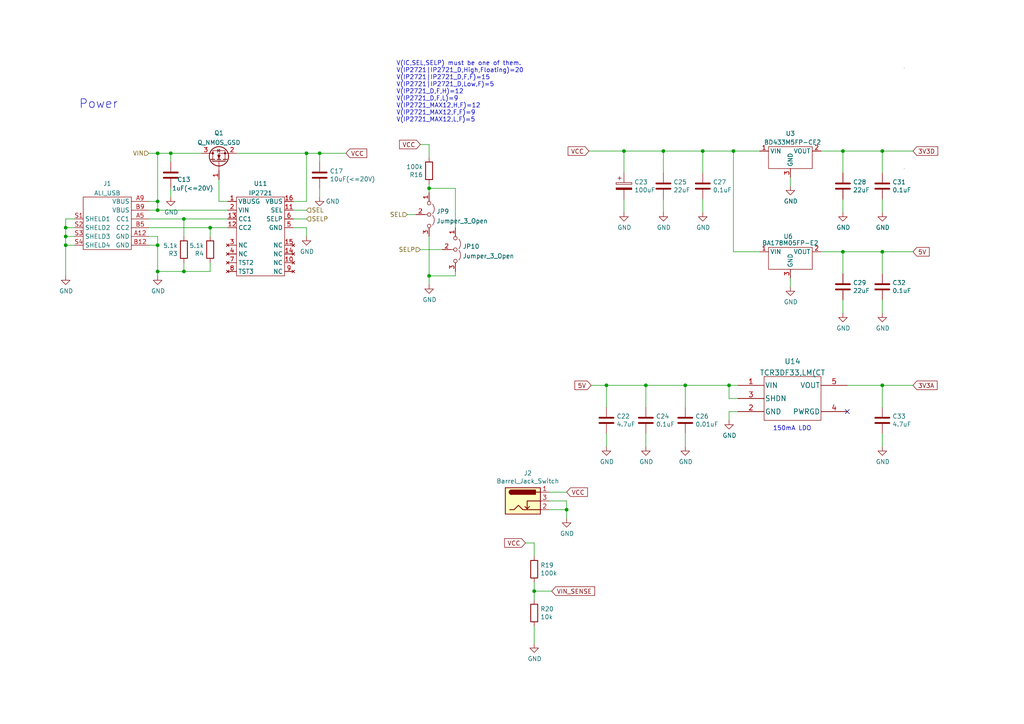
<source format=kicad_sch>
(kicad_sch (version 20211123) (generator eeschema)
  (paper "A4")
  (lib_symbols
    (symbol "Connector:Barrel_Jack_Switch" (pin_names hide)
      (property "Reference" "J" (at 0 5.334 0))
      (property "Value" "Barrel_Jack_Switch" (at 0 -5.08 0))
      (symbol "Barrel_Jack_Switch_0_1"
        (rectangle (start -5.08 3.81) (end 5.08 -3.81) (stroke (width 0.254)) (fill (type background)))
        (arc (start -3.302 3.175) (mid -3.937 2.54) (end -3.302 1.905) (stroke (width 0.254)))
        (arc (start -3.302 3.175) (mid -3.937 2.54) (end -3.302 1.905) (stroke (width 0.254)) (fill (type outline)))
        (polyline (pts (xy 1.27 -2.286) (xy 1.905 -1.651)) (stroke (width 0.254)))
        (polyline (pts (xy 5.08 2.54) (xy 3.81 2.54)) (stroke (width 0.254)))
        (polyline (pts (xy 5.08 0) (xy 1.27 0) (xy 1.27 -2.286) (xy 0.635 -1.651)) (stroke (width 0.254)))
        (polyline (pts (xy -3.81 -2.54) (xy -2.54 -2.54) (xy -1.27 -1.27) (xy 0 -2.54) (xy 2.54 -2.54) (xy 5.08 -2.54)) (stroke (width 0.254)))
        (rectangle (start 3.683 3.175) (end -3.302 1.905) (stroke (width 0.254)) (fill (type outline)))
      )
      (symbol "Barrel_Jack_Switch_1_1"
        (pin passive line (at 7.62 2.54 180) (length 2.54) (name "~") (number "1"))
        (pin passive line (at 7.62 -2.54 180) (length 2.54) (name "~") (number "2"))
        (pin passive line (at 7.62 0 180) (length 2.54) (name "~") (number "3"))
      )
    )
    (symbol "Device:C" (pin_numbers hide) (pin_names (offset 0.254))
      (property "Reference" "C" (at 0.635 2.54 0))
      (property "Value" "C" (at 0.635 -2.54 0))
      (symbol "C_0_1"
        (polyline (pts (xy -2.032 -0.762) (xy 2.032 -0.762)) (stroke (width 0.508)))
        (polyline (pts (xy -2.032 0.762) (xy 2.032 0.762)) (stroke (width 0.508)))
      )
      (symbol "C_1_1"
        (pin passive line (at 0 3.81 270) (length 2.794) (name "~") (number "1"))
        (pin passive line (at 0 -3.81 90) (length 2.794) (name "~") (number "2"))
      )
    )
    (symbol "Device:CP" (pin_numbers hide) (pin_names (offset 0.254))
      (property "Reference" "C" (at 0.635 2.54 0))
      (property "Value" "Device_CP" (at 0.635 -2.54 0))
      (symbol "CP_0_1"
        (rectangle (start -2.286 0.508) (end 2.286 1.016))
        (polyline (pts (xy -1.778 2.286) (xy -0.762 2.286)))
        (polyline (pts (xy -1.27 2.794) (xy -1.27 1.778)))
        (rectangle (start 2.286 -0.508) (end -2.286 -1.016) (fill (type outline)))
      )
      (symbol "CP_1_1"
        (pin passive line (at 0 3.81 270) (length 2.794) (name "~") (number "1"))
        (pin passive line (at 0 -3.81 90) (length 2.794) (name "~") (number "2"))
      )
    )
    (symbol "Device:Q_NMOS_GSD" (pin_names (offset 0) hide)
      (property "Reference" "Q" (at 5.08 1.27 0))
      (property "Value" "Q_NMOS_GSD" (at 5.08 -1.27 0))
      (symbol "Q_NMOS_GSD_0_1"
        (polyline (pts (xy 0.254 0) (xy -2.54 0)))
        (polyline (pts (xy 0.254 1.905) (xy 0.254 -1.905)) (stroke (width 0.254)))
        (polyline (pts (xy 0.762 -1.27) (xy 0.762 -2.286)) (stroke (width 0.254)))
        (polyline (pts (xy 0.762 0.508) (xy 0.762 -0.508)) (stroke (width 0.254)))
        (polyline (pts (xy 0.762 2.286) (xy 0.762 1.27)) (stroke (width 0.254)))
        (polyline (pts (xy 2.54 2.54) (xy 2.54 1.778)))
        (polyline (pts (xy 2.54 -2.54) (xy 2.54 0) (xy 0.762 0)))
        (polyline (pts (xy 0.762 -1.778) (xy 3.302 -1.778) (xy 3.302 1.778) (xy 0.762 1.778)))
        (polyline (pts (xy 1.016 0) (xy 2.032 0.381) (xy 2.032 -0.381) (xy 1.016 0)) (fill (type outline)))
        (polyline (pts (xy 2.794 0.508) (xy 2.921 0.381) (xy 3.683 0.381) (xy 3.81 0.254)))
        (polyline (pts (xy 3.302 0.381) (xy 2.921 -0.254) (xy 3.683 -0.254) (xy 3.302 0.381)))
        (circle (center 1.651 0) (radius 2.794) (stroke (width 0.254)))
        (circle (center 2.54 -1.778) (radius 0.254) (fill (type outline)))
        (circle (center 2.54 1.778) (radius 0.254) (fill (type outline)))
      )
      (symbol "Q_NMOS_GSD_1_1"
        (pin input line (at -5.08 0 0) (length 2.54) (name "G") (number "1"))
        (pin passive line (at 2.54 -5.08 90) (length 2.54) (name "S") (number "2"))
        (pin passive line (at 2.54 5.08 270) (length 2.54) (name "D") (number "3"))
      )
    )
    (symbol "Device:R" (pin_numbers hide) (pin_names (offset 0))
      (property "Reference" "R" (at 2.032 0 90))
      (property "Value" "R" (at 0 0 90))
      (symbol "R_0_1"
        (rectangle (start -1.016 -2.54) (end 1.016 2.54) (stroke (width 0.254)))
      )
      (symbol "R_1_1"
        (pin passive line (at 0 3.81 270) (length 1.27) (name "~") (number "1"))
        (pin passive line (at 0 -3.81 90) (length 1.27) (name "~") (number "2"))
      )
    )
    (symbol "Jumper:Jumper_3_Open" (pin_names (offset 0) hide)
      (property "Reference" "JP" (at -2.54 -2.54 0))
      (property "Value" "Jumper_3_Open" (at 0 2.794 0))
      (symbol "Jumper_3_Open_0_0"
        (circle (center -3.302 0) (radius 0.508))
        (circle (center 0 0) (radius 0.508))
        (circle (center 3.302 0) (radius 0.508))
      )
      (symbol "Jumper_3_Open_0_1"
        (arc (start -0.254 1.016) (mid -1.651 1.4992) (end -3.048 1.016))
        (polyline (pts (xy 0 -0.508) (xy 0 -1.27)))
        (arc (start 3.048 1.016) (mid 1.651 1.4992) (end 0.254 1.016))
      )
      (symbol "Jumper_3_Open_1_1"
        (pin passive line (at -6.35 0 0) (length 2.54) (name "A") (number "1"))
        (pin input line (at 0 -3.81 90) (length 2.54) (name "C") (number "2"))
        (pin passive line (at 6.35 0 180) (length 2.54) (name "B") (number "3"))
      )
    )
    (symbol "Ninja-qPCR:ALI_USB"
      (property "Reference" "J" (at -7.62 2.54 0))
      (property "Value" "ALI_USB" (at -6.35 -15.24 0))
      (symbol "ALI_USB_0_1"
        (rectangle (start 0 1.27) (end -13.97 -13.97) (stroke (width 0.1524)))
      )
      (symbol "ALI_USB_1_1"
        (pin input line (at 5.08 -10.16 180) (length 5.08) (name "GND") (number "A12"))
        (pin input line (at 5.08 -5.08 180) (length 5.08) (name "CC1") (number "A5"))
        (pin input line (at 5.08 0 180) (length 5.08) (name "VBUS") (number "A9"))
        (pin input line (at 5.08 -12.7 180) (length 5.08) (name "GND") (number "B12"))
        (pin input line (at 5.08 -7.62 180) (length 5.08) (name "CC2") (number "B5"))
        (pin input line (at 5.08 -2.54 180) (length 5.08) (name "VBUS") (number "B9"))
        (pin input line (at -16.51 -5.08 0) (length 2.54) (name "SHELD1") (number "S1"))
        (pin input line (at -16.51 -7.62 0) (length 2.54) (name "SHELD2") (number "S2"))
        (pin input line (at -16.51 -10.16 0) (length 2.54) (name "SHELD3") (number "S3"))
        (pin input line (at -16.51 -12.7 0) (length 2.54) (name "SHELD4") (number "S4"))
      )
    )
    (symbol "Ninja-qPCR:IP2721"
      (property "Reference" "U" (at 0 2.54 0))
      (property "Value" "IP2721" (at 0 -22.86 0))
      (symbol "IP2721_0_1"
        (rectangle (start -7.62 1.27) (end 6.35 -21.59) (stroke (width 0.1524)))
      )
      (symbol "IP2721_1_1"
        (pin output line (at -10.16 0 0) (length 2.54) (name "VBUSG") (number "1"))
        (pin no_connect line (at 8.89 -17.78 180) (length 2.54) (name "NC") (number "10"))
        (pin input line (at 8.89 -2.54 180) (length 2.54) (name "SEL") (number "11"))
        (pin input line (at -10.16 -7.62 0) (length 2.54) (name "CC2") (number "12"))
        (pin input line (at -10.16 -5.08 0) (length 2.54) (name "CC1") (number "13"))
        (pin no_connect line (at 8.89 -15.24 180) (length 2.54) (name "NC") (number "14"))
        (pin no_connect line (at 8.89 -12.7 180) (length 2.54) (name "NC") (number "15"))
        (pin input line (at 8.89 0 180) (length 2.54) (name "VBUS") (number "16"))
        (pin power_in line (at -10.16 -2.54 0) (length 2.54) (name "VIN") (number "2"))
        (pin no_connect line (at -10.16 -12.7 0) (length 2.54) (name "NC") (number "3"))
        (pin no_connect line (at -10.16 -15.24 0) (length 2.54) (name "NC") (number "4"))
        (pin power_out line (at 8.89 -7.62 180) (length 2.54) (name "GND") (number "5"))
        (pin input line (at 8.89 -5.08 180) (length 2.54) (name "SELP") (number "6"))
        (pin no_connect line (at -10.16 -17.78 0) (length 2.54) (name "TST2") (number "7"))
        (pin no_connect line (at -10.16 -20.32 0) (length 2.54) (name "TST3") (number "8"))
        (pin no_connect line (at 8.89 -20.32 180) (length 2.54) (name "NC") (number "9"))
      )
    )
    (symbol "Ninja-qPCR:MCP1755T-3302E_OT" (pin_names (offset 0.254))
      (property "Reference" "U" (at 16.51 8.89 0))
      (property "Value" "MCP1755T-3302E_OT" (at 16.51 6.35 0))
      (symbol "MCP1755T-3302E_OT_1_1"
        (rectangle (start 7.62 2.54) (end 24.13 -10.16))
        (pin power_in line (at 0 0 0) (length 7.62) (name "VIN") (number "1"))
        (pin power_in line (at 0 -7.62 0) (length 7.62) (name "GND") (number "2"))
        (pin input line (at 0 -3.81 0) (length 7.62) (name "SHDN") (number "3"))
        (pin output line (at 31.75 -7.62 180) (length 7.62) (name "PWRGD") (number "4"))
        (pin output line (at 31.75 0 180) (length 7.62) (name "VOUT") (number "5"))
      )
    )
    (symbol "Ninja-qPCR:REG_TO252-3"
      (property "Reference" "U" (at 0 1.27 0))
      (property "Value" "REG_TO252-3" (at 7.62 -7.62 0))
      (symbol "REG_TO252-3_0_1"
        (rectangle (start -6.35 0) (end 6.35 -6.35) (stroke (width 0.1524)))
        (rectangle (start 33.02 22.86) (end 33.02 22.86) (stroke (width 0.1524)))
      )
      (symbol "REG_TO252-3_1_1"
        (pin input line (at -8.89 -1.27 0) (length 2.54) (name "VIN") (number "1"))
        (pin input line (at 8.89 -1.27 180) (length 2.54) (name "VOUT") (number "2"))
        (pin input line (at 0 -8.89 90) (length 2.54) (name "GND") (number "3"))
      )
    )
    (symbol "power:GND" (power) (pin_names (offset 0))
      (property "Value" "GND" (at 0 -3.81 0))
      (symbol "GND_0_1"
        (polyline (pts (xy 0 0) (xy 0 -1.27) (xy 1.27 -1.27) (xy 0 -2.54) (xy -1.27 -1.27) (xy 0 -1.27)))
      )
      (symbol "GND_1_1"
        (pin power_in line (at 0 0 270) (length 0) hide (name "GND") (number "1"))
      )
    )
  )
  (junction (at 53.34 63.5))
  (junction (at 19.05 66.04))
  (junction (at 45.72 58.42))
  (junction (at 255.905 43.815))
  (junction (at 192.405 43.815))
  (junction (at 92.71 44.45))
  (junction (at 244.475 43.815))
  (junction (at 45.72 60.96))
  (junction (at 180.975 43.815))
  (junction (at 255.905 73.025))
  (junction (at 49.53 44.45))
  (junction (at 175.895 111.76))
  (junction (at 198.755 111.76))
  (junction (at 124.46 54.61))
  (junction (at 88.9 44.45))
  (junction (at 164.338 147.828))
  (junction (at 45.72 78.74))
  (junction (at 203.835 43.815))
  (junction (at 187.325 111.76))
  (junction (at 255.905 111.76))
  (junction (at 60.96 66.04))
  (junction (at 124.46 80.01))
  (junction (at 19.05 71.12))
  (junction (at 244.475 73.025))
  (junction (at 211.455 111.76))
  (junction (at 154.94 171.45))
  (junction (at 19.05 68.58))
  (junction (at 212.725 43.815))
  (junction (at 45.72 71.12))
  (junction (at 45.72 44.45))
  (junction (at 53.34 78.74))
  (no_connect (at 245.745 119.38))
  (wire (pts (xy 66.04 58.42) (xy 63.5 58.42)))
  (wire (pts (xy 118.11 62.23) (xy 120.65 62.23)))
  (wire (pts (xy 175.895 111.76) (xy 175.895 118.11)))
  (wire (pts (xy 187.325 125.73) (xy 187.325 129.54)))
  (wire (pts (xy 132.08 54.61) (xy 132.08 66.04)))
  (wire (pts (xy 45.72 78.74) (xy 45.72 80.01)))
  (wire (pts (xy 49.53 54.61) (xy 49.53 57.15)))
  (wire (pts (xy 154.94 157.48) (xy 154.94 161.29)))
  (wire (pts (xy 45.72 68.58) (xy 45.72 71.12)))
  (wire (pts (xy 255.905 57.785) (xy 255.905 61.595)))
  (wire (pts (xy 152.4 157.48) (xy 154.94 157.48)))
  (wire (pts (xy 85.09 66.04) (xy 88.9 66.04)))
  (wire (pts (xy 88.9 66.04) (xy 88.9 68.58)))
  (wire (pts (xy 45.72 71.12) (xy 45.72 78.74)))
  (wire (pts (xy 212.725 43.815) (xy 220.345 43.815)))
  (wire (pts (xy 245.745 111.76) (xy 255.905 111.76)))
  (wire (pts (xy 198.755 125.73) (xy 198.755 129.54)))
  (wire (pts (xy 187.325 111.76) (xy 198.755 111.76)))
  (wire (pts (xy 213.995 115.57) (xy 211.455 115.57)))
  (wire (pts (xy 68.58 44.45) (xy 88.9 44.45)))
  (wire (pts (xy 180.975 43.815) (xy 180.975 50.165)))
  (wire (pts (xy 19.05 66.04) (xy 19.05 68.58)))
  (wire (pts (xy 229.235 80.645) (xy 229.235 83.185)))
  (wire (pts (xy 124.46 68.58) (xy 124.46 80.01)))
  (wire (pts (xy 213.995 119.38) (xy 211.455 119.38)))
  (wire (pts (xy 238.125 43.815) (xy 244.475 43.815)))
  (wire (pts (xy 255.905 86.995) (xy 255.905 90.805)))
  (wire (pts (xy 45.72 60.96) (xy 66.04 60.96)))
  (wire (pts (xy 192.405 43.815) (xy 203.835 43.815)))
  (wire (pts (xy 124.46 54.61) (xy 124.46 55.88)))
  (wire (pts (xy 124.46 53.34) (xy 124.46 54.61)))
  (wire (pts (xy 85.09 60.96) (xy 88.9 60.96)))
  (wire (pts (xy 211.455 119.38) (xy 211.455 121.92)))
  (wire (pts (xy 43.18 71.12) (xy 45.72 71.12)))
  (wire (pts (xy 60.96 76.2) (xy 60.96 78.74)))
  (wire (pts (xy 53.34 76.2) (xy 53.34 78.74)))
  (wire (pts (xy 203.835 43.815) (xy 212.725 43.815)))
  (wire (pts (xy 53.34 78.74) (xy 60.96 78.74)))
  (wire (pts (xy 255.905 125.73) (xy 255.905 129.54)))
  (wire (pts (xy 159.258 142.748) (xy 164.338 142.748)))
  (wire (pts (xy 19.05 68.58) (xy 21.59 68.58)))
  (wire (pts (xy 154.94 171.45) (xy 160.02 171.45)))
  (wire (pts (xy 244.475 57.785) (xy 244.475 61.595)))
  (wire (pts (xy 154.94 171.45) (xy 154.94 173.99)))
  (wire (pts (xy 45.72 58.42) (xy 45.72 44.45)))
  (wire (pts (xy 85.09 63.5) (xy 88.9 63.5)))
  (wire (pts (xy 212.725 43.815) (xy 212.725 73.025)))
  (wire (pts (xy 43.18 58.42) (xy 45.72 58.42)))
  (wire (pts (xy 255.905 111.76) (xy 264.795 111.76)))
  (wire (pts (xy 164.338 145.288) (xy 164.338 147.828)))
  (wire (pts (xy 60.96 66.04) (xy 66.04 66.04)))
  (wire (pts (xy 175.895 125.73) (xy 175.895 129.54)))
  (wire (pts (xy 180.975 43.815) (xy 192.405 43.815)))
  (wire (pts (xy 132.08 78.74) (xy 132.08 80.01)))
  (wire (pts (xy 213.995 111.76) (xy 211.455 111.76)))
  (wire (pts (xy 255.905 73.025) (xy 264.795 73.025)))
  (wire (pts (xy 43.18 60.96) (xy 45.72 60.96)))
  (wire (pts (xy 255.905 73.025) (xy 244.475 73.025)))
  (wire (pts (xy 211.455 111.76) (xy 211.455 115.57)))
  (wire (pts (xy 49.53 44.45) (xy 49.53 46.99)))
  (wire (pts (xy 124.46 41.91) (xy 124.46 45.72)))
  (wire (pts (xy 45.72 78.74) (xy 53.34 78.74)))
  (wire (pts (xy 255.905 43.815) (xy 255.905 50.165)))
  (wire (pts (xy 53.34 63.5) (xy 53.34 68.58)))
  (wire (pts (xy 244.475 43.815) (xy 244.475 50.165)))
  (wire (pts (xy 255.905 111.76) (xy 255.905 118.11)))
  (wire (pts (xy 244.475 73.025) (xy 244.475 79.375)))
  (wire (pts (xy 19.05 63.5) (xy 19.05 66.04)))
  (wire (pts (xy 187.325 111.76) (xy 187.325 118.11)))
  (wire (pts (xy 60.96 66.04) (xy 60.96 68.58)))
  (wire (pts (xy 255.905 73.025) (xy 255.905 79.375)))
  (wire (pts (xy 121.92 72.39) (xy 128.27 72.39)))
  (wire (pts (xy 255.905 43.815) (xy 244.475 43.815)))
  (wire (pts (xy 238.125 73.025) (xy 244.475 73.025)))
  (wire (pts (xy 88.9 44.45) (xy 92.71 44.45)))
  (wire (pts (xy 43.18 68.58) (xy 45.72 68.58)))
  (wire (pts (xy 92.71 54.61) (xy 92.71 57.15)))
  (wire (pts (xy 198.755 111.76) (xy 211.455 111.76)))
  (wire (pts (xy 198.755 111.76) (xy 198.755 118.11)))
  (wire (pts (xy 255.905 43.815) (xy 264.795 43.815)))
  (wire (pts (xy 88.9 44.45) (xy 88.9 58.42)))
  (wire (pts (xy 192.405 43.815) (xy 192.405 50.165)))
  (wire (pts (xy 53.34 63.5) (xy 66.04 63.5)))
  (wire (pts (xy 171.45 111.76) (xy 175.895 111.76)))
  (wire (pts (xy 43.18 63.5) (xy 53.34 63.5)))
  (wire (pts (xy 175.895 111.76) (xy 187.325 111.76)))
  (wire (pts (xy 124.46 80.01) (xy 124.46 82.55)))
  (wire (pts (xy 121.92 41.91) (xy 124.46 41.91)))
  (wire (pts (xy 45.72 60.96) (xy 45.72 58.42)))
  (wire (pts (xy 203.835 57.785) (xy 203.835 61.595)))
  (wire (pts (xy 229.235 51.435) (xy 229.235 53.975)))
  (wire (pts (xy 43.18 66.04) (xy 60.96 66.04)))
  (wire (pts (xy 49.53 44.45) (xy 58.42 44.45)))
  (wire (pts (xy 19.05 71.12) (xy 21.59 71.12)))
  (wire (pts (xy 43.18 44.45) (xy 45.72 44.45)))
  (wire (pts (xy 203.835 43.815) (xy 203.835 50.165)))
  (wire (pts (xy 159.258 147.828) (xy 164.338 147.828)))
  (wire (pts (xy 180.975 57.785) (xy 180.975 61.595)))
  (wire (pts (xy 124.46 54.61) (xy 132.08 54.61)))
  (wire (pts (xy 21.59 63.5) (xy 19.05 63.5)))
  (wire (pts (xy 19.05 68.58) (xy 19.05 71.12)))
  (wire (pts (xy 170.815 43.815) (xy 180.975 43.815)))
  (wire (pts (xy 19.05 71.12) (xy 19.05 80.01)))
  (wire (pts (xy 192.405 57.785) (xy 192.405 61.595)))
  (wire (pts (xy 19.05 66.04) (xy 21.59 66.04)))
  (wire (pts (xy 154.94 168.91) (xy 154.94 171.45)))
  (wire (pts (xy 92.71 44.45) (xy 100.33 44.45)))
  (wire (pts (xy 45.72 44.45) (xy 49.53 44.45)))
  (wire (pts (xy 212.725 73.025) (xy 220.345 73.025)))
  (wire (pts (xy 164.338 150.368) (xy 164.338 147.828)))
  (wire (pts (xy 159.258 145.288) (xy 164.338 145.288)))
  (wire (pts (xy 154.94 181.61) (xy 154.94 186.69)))
  (wire (pts (xy 63.5 58.42) (xy 63.5 52.07)))
  (wire (pts (xy 85.09 58.42) (xy 88.9 58.42)))
  (wire (pts (xy 132.08 80.01) (xy 124.46 80.01)))
  (wire (pts (xy 92.71 44.45) (xy 92.71 46.99)))
  (wire (pts (xy 244.475 86.995) (xy 244.475 90.805)))
  (text "V(IC,SEL,SELP) must be one of them.\nV(IP2721|IP2721_D,High,Floating)=20\nV(IP2721|IP2721_D,F,F)=15\nV(IP2721|IP2721_D,Low,F)=5\nV(IP2721_D,F,H)=12\nV(IP2721_D,F,L)=9\nV(IP2721_MAX12,H,F)=12\nV(IP2721_MAX12,F,F)=9\nV(IP2721_MAX12,L,F)=5" (at 114.935 35.56 0) (effects (font (size 1.27 1.27)) (justify left bottom)))
  (text "Power" (at 22.86 31.75 0) (effects (font (size 2.54 2.54)) (justify left bottom)))
  (text "150mA LDO" (at 224.155 125.095 0) (effects (font (size 1.27 1.27)) (justify left bottom)))
  (global_label "3V3D" (shape input) (at 264.795 43.815 0) (property "Intersheet References" "${INTERSHEET_REFS}" (effects hide)))
  (global_label "VCC" (shape input) (at 100.33 44.45 0) (property "Intersheet References" "${INTERSHEET_REFS}" (effects hide)))
  (global_label "VCC" (shape input) (at 152.4 157.48 180) (property "Intersheet References" "${INTERSHEET_REFS}" (effects hide)))
  (global_label "5V" (shape input) (at 264.795 73.025 0) (property "Intersheet References" "${INTERSHEET_REFS}" (effects hide)))
  (global_label "VCC" (shape input) (at 164.338 142.748 0) (property "Intersheet References" "${INTERSHEET_REFS}" (effects hide)))
  (global_label "VCC" (shape input) (at 170.815 43.815 180) (property "Intersheet References" "${INTERSHEET_REFS}" (effects hide)))
  (global_label "VIN_SENSE" (shape input) (at 160.02 171.45 0) (property "Intersheet References" "${INTERSHEET_REFS}" (effects hide)))
  (global_label "5V" (shape input) (at 171.45 111.76 180) (property "Intersheet References" "${INTERSHEET_REFS}" (effects hide)))
  (global_label "3V3A" (shape input) (at 264.795 111.76 0) (property "Intersheet References" "${INTERSHEET_REFS}" (effects hide)))
  (global_label "VCC" (shape input) (at 121.92 41.91 180) (property "Intersheet References" "${INTERSHEET_REFS}" (effects hide)))
  (hierarchical_label "VIN" (shape input) (at 43.18 44.45 180))
  (hierarchical_label "SELP" (shape input) (at 88.9 63.5 0))
  (hierarchical_label "SEL" (shape input) (at 88.9 60.96 0))
  (hierarchical_label "SEL" (shape input) (at 118.11 62.23 180))
  (hierarchical_label "SELP" (shape input) (at 121.92 72.39 180))
  (symbol (lib_id "power:GND") (at 175.895 129.54 0) (unit 1)
    (property "Reference" "#PWR0122" (effects hide))
    (property "Value" "GND" (at 176.022 133.9342 0))
  )
  (symbol (lib_id "power:GND") (at 124.46 82.55 0) (unit 1)
    (property "Reference" "#PWR0131" (effects hide))
    (property "Value" "GND" (at 124.587 86.9442 0))
  )
  (symbol (lib_id "Ninja-qPCR:REG_TO252-3") (at 229.235 71.755 0) (unit 1)
    (property "Reference" "U6" (at 228.6 68.58 0))
    (property "Value" "BA178M05FP-E2" (at 229.235 70.485 0))
    (property "Footprint" "Ninja-qPCR:REG_TO252-3" (effects hide))
  )
  (symbol (lib_id "power:GND") (at 192.405 61.595 0) (unit 1)
    (property "Reference" "#PWR0136" (effects hide))
    (property "Value" "GND" (at 192.532 65.9892 0))
  )
  (symbol (lib_id "Device:C") (at 187.325 121.92 0) (unit 1)
    (property "Reference" "C24" (at 190.246 120.7516 0) (effects (justify left)))
    (property "Value" "0.1uF" (at 190.246 123.063 0) (effects (justify left)))
    (property "Footprint" "Capacitor_SMD:C_0603_1608Metric" (effects hide))
  )
  (symbol (lib_id "power:GND") (at 255.905 129.54 0) (unit 1)
    (property "Reference" "#PWR0128" (effects hide))
    (property "Value" "GND" (at 256.032 133.9342 0))
  )
  (symbol (lib_id "power:GND") (at 244.475 61.595 0) (unit 1)
    (property "Reference" "#PWR0123" (effects hide))
    (property "Value" "GND" (at 244.602 65.9892 0))
  )
  (symbol (lib_id "Ninja-qPCR:ALI_USB") (at 38.1 58.42 0) (unit 1)
    (property "Reference" "J1" (at 31.115 53.2343 0))
    (property "Value" "ALI_USB" (at 31.115 56.0094 0))
    (property "Footprint" "Ninja-qPCR:ALI_USB" (effects hide))
  )
  (symbol (lib_id "Device:C") (at 244.475 53.975 0) (unit 1)
    (property "Reference" "C28" (at 247.396 52.8066 0) (effects (justify left)))
    (property "Value" "22uF" (at 247.396 55.118 0) (effects (justify left)))
    (property "Footprint" "Capacitor_SMD:C_1210_3225Metric" (effects hide))
  )
  (symbol (lib_id "power:GND") (at 198.755 129.54 0) (unit 1)
    (property "Reference" "#PWR0118" (effects hide))
    (property "Value" "GND" (at 198.882 133.9342 0))
  )
  (symbol (lib_id "Device:C") (at 244.475 83.185 0) (unit 1)
    (property "Reference" "C29" (at 247.396 82.0166 0) (effects (justify left)))
    (property "Value" "22uF" (at 247.396 84.328 0) (effects (justify left)))
    (property "Footprint" "Capacitor_SMD:C_1210_3225Metric" (effects hide))
  )
  (symbol (lib_id "Jumper:Jumper_3_Open") (at 132.08 72.39 270) (unit 1)
    (property "Reference" "JP10" (at 134.2142 71.4815 90) (effects (justify left)))
    (property "Value" "Jumper_3_Open" (at 134.2142 74.2566 90) (effects (justify left)))
    (property "Footprint" "Jumper:SolderJumper-3_P2.0mm_Open_TrianglePad1.0x1.5mm" (effects hide))
  )
  (symbol (lib_id "Device:C") (at 49.53 50.8 0) (unit 1)
    (property "Reference" "C13" (at 53.34 52.07 0))
    (property "Value" "1uF(<=20V)" (at 55.88 54.61 0))
    (property "Footprint" "Capacitor_SMD:C_0603_1608Metric" (effects hide))
  )
  (symbol (lib_id "Device:C") (at 255.905 121.92 0) (unit 1)
    (property "Reference" "C33" (at 258.826 120.7516 0) (effects (justify left)))
    (property "Value" "4.7uF" (at 258.826 123.063 0) (effects (justify left)))
    (property "Footprint" "Capacitor_SMD:C_0805_2012Metric" (effects hide))
  )
  (symbol (lib_id "power:GND") (at 88.9 68.58 0) (unit 1)
    (property "Reference" "#PWR0115" (effects hide))
    (property "Value" "GND" (at 89.027 72.9742 0))
  )
  (symbol (lib_id "Ninja-qPCR:MCP1755T-3302E_OT") (at 213.995 111.76 0) (unit 1)
    (property "Reference" "U14" (at 229.87 104.8161 0) (effects (font (size 1.524 1.524))))
    (property "Value" "TCR3DF33,LM(CT" (at 229.87 108.0951 0) (effects (font (size 1.524 1.524))))
    (property "Footprint" "Package_TO_SOT_SMD:SOT-23-5" (effects hide))
  )
  (symbol (lib_id "power:GND") (at 255.905 61.595 0) (unit 1)
    (property "Reference" "#PWR0124" (effects hide))
    (property "Value" "GND" (at 256.032 65.9892 0))
  )
  (symbol (lib_id "Device:C") (at 192.405 53.975 0) (unit 1)
    (property "Reference" "C25" (at 195.326 52.8066 0) (effects (justify left)))
    (property "Value" "22uF" (at 195.326 55.118 0) (effects (justify left)))
    (property "Footprint" "Capacitor_SMD:C_1210_3225Metric" (effects hide))
  )
  (symbol (lib_id "power:GND") (at 203.835 61.595 0) (unit 1)
    (property "Reference" "#PWR0134" (effects hide))
    (property "Value" "GND" (at 203.962 65.9892 0))
  )
  (symbol (lib_id "Ninja-qPCR:REG_TO252-3") (at 229.235 42.545 0) (unit 1)
    (property "Reference" "U3" (at 229.235 38.735 0))
    (property "Value" "BD433M5FP-CE2" (at 229.87 41.275 0))
    (property "Footprint" "Ninja-qPCR:REG_TO252-3" (effects hide))
  )
  (symbol (lib_id "power:GND") (at 244.475 90.805 0) (unit 1)
    (property "Reference" "#PWR0125" (effects hide))
    (property "Value" "GND" (at 244.602 95.1992 0))
  )
  (symbol (lib_id "power:GND") (at 211.455 121.92 0) (unit 1)
    (property "Reference" "#PWR0121" (effects hide))
    (property "Value" "GND" (at 211.582 126.3142 0))
  )
  (symbol (lib_id "power:GND") (at 180.975 61.595 0) (unit 1)
    (property "Reference" "#PWR0135" (effects hide))
    (property "Value" "GND" (at 181.102 65.9892 0))
  )
  (symbol (lib_id "power:GND") (at 229.235 83.185 0) (unit 1)
    (property "Reference" "#PWR0132" (effects hide))
    (property "Value" "GND" (at 229.362 87.5792 0))
  )
  (symbol (lib_id "power:GND") (at 45.72 80.01 0) (unit 1)
    (property "Reference" "#PWR0110" (effects hide))
    (property "Value" "GND" (at 45.847 84.4042 0))
  )
  (symbol (lib_id "power:GND") (at 229.235 53.975 0) (unit 1)
    (property "Reference" "#PWR0133" (effects hide))
    (property "Value" "GND" (at 229.362 58.3692 0))
  )
  (symbol (lib_id "power:GND") (at 164.338 150.368 0) (unit 1)
    (property "Reference" "#PWR0138" (effects hide))
    (property "Value" "GND" (at 164.465 154.7622 0))
  )
  (symbol (lib_id "Device:R") (at 154.94 177.8 0) (unit 1)
    (property "Reference" "R20" (at 156.718 176.6316 0) (effects (justify left)))
    (property "Value" "10k" (at 156.718 178.943 0) (effects (justify left)))
    (property "Footprint" "Resistor_SMD:R_0603_1608Metric" (effects hide))
  )
  (symbol (lib_id "Connector:Barrel_Jack_Switch") (at 151.638 145.288 0) (unit 1)
    (property "Reference" "J2" (at 153.0858 137.2362 0))
    (property "Value" "Barrel_Jack_Switch" (at 153.0858 139.5476 0))
    (property "Footprint" "Connector_BarrelJack:BarrelJack_Horizontal" (effects hide))
  )
  (symbol (lib_id "power:GND") (at 255.905 90.805 0) (unit 1)
    (property "Reference" "#PWR0126" (effects hide))
    (property "Value" "GND" (at 256.032 95.1992 0))
  )
  (symbol (lib_id "power:GND") (at 154.94 186.69 0) (unit 1)
    (property "Reference" "#PWR0137" (effects hide))
    (property "Value" "GND" (at 155.067 191.0842 0))
  )
  (symbol (lib_id "Ninja-qPCR:IP2721") (at 76.2 58.42 0) (unit 1)
    (property "Reference" "U11" (at 75.565 53.2343 0))
    (property "Value" "IP2721" (at 75.565 56.0094 0))
    (property "Footprint" "Package_SO:TSSOP-16_4.4x5mm_P0.65mm" (effects hide))
  )
  (symbol (lib_id "Device:C") (at 203.835 53.975 0) (unit 1)
    (property "Reference" "C27" (at 206.756 52.8066 0) (effects (justify left)))
    (property "Value" "0.1uF" (at 206.756 55.118 0) (effects (justify left)))
    (property "Footprint" "Capacitor_SMD:C_0603_1608Metric" (effects hide))
  )
  (symbol (lib_id "Device:R") (at 124.46 49.53 180) (unit 1)
    (property "Reference" "R16" (at 122.682 50.6984 0) (effects (justify left)))
    (property "Value" "100k" (at 122.682 48.387 0) (effects (justify left)))
    (property "Footprint" "Resistor_SMD:R_0603_1608Metric" (effects hide))
  )
  (symbol (lib_id "power:GND") (at 92.71 57.15 0) (unit 1)
    (property "Reference" "#PWR0116" (effects hide))
    (property "Value" "GND" (at 96.52 58.42 0))
  )
  (symbol (lib_id "Device:Q_NMOS_GSD") (at 63.5 46.99 90) (unit 1)
    (property "Reference" "Q1" (at 63.5 38.5785 90))
    (property "Value" "Q_NMOS_GSD" (at 63.5 41.3536 90))
    (property "Footprint" "Ninja-qPCR:SOT95P240X112-3N" (effects hide))
  )
  (symbol (lib_id "Device:C") (at 255.905 83.185 0) (unit 1)
    (property "Reference" "C32" (at 258.826 82.0166 0) (effects (justify left)))
    (property "Value" "0.1uF" (at 258.826 84.328 0) (effects (justify left)))
    (property "Footprint" "Capacitor_SMD:C_0603_1608Metric" (effects hide))
  )
  (symbol (lib_id "power:GND") (at 49.53 57.15 0) (unit 1)
    (property "Reference" "#PWR0109" (effects hide))
    (property "Value" "GND" (at 49.657 61.5442 0))
  )
  (symbol (lib_id "Device:CP") (at 180.975 53.975 0) (unit 1)
    (property "Reference" "C23" (at 183.9722 52.8066 0) (effects (justify left)))
    (property "Value" "100uF" (at 183.9722 55.118 0) (effects (justify left)))
    (property "Footprint" "Ninja-qPCR:35TZV100M6.3X8" (effects hide))
  )
  (symbol (lib_id "Device:C") (at 92.71 50.8 0) (unit 1)
    (property "Reference" "C17" (at 95.631 49.6316 0) (effects (justify left)))
    (property "Value" "10uF(<=20V)" (at 95.631 51.943 0) (effects (justify left)))
    (property "Footprint" "Capacitor_SMD:C_0805_2012Metric" (effects hide))
  )
  (symbol (lib_id "Device:C") (at 175.895 121.92 0) (unit 1)
    (property "Reference" "C22" (at 178.816 120.7516 0) (effects (justify left)))
    (property "Value" "4.7uF" (at 178.816 123.063 0) (effects (justify left)))
    (property "Footprint" "Capacitor_SMD:C_0805_2012Metric" (effects hide))
  )
  (symbol (lib_id "Device:C") (at 198.755 121.92 0) (unit 1)
    (property "Reference" "C26" (at 201.676 120.7516 0) (effects (justify left)))
    (property "Value" "0.01uF" (at 201.676 123.063 0) (effects (justify left)))
    (property "Footprint" "Capacitor_SMD:C_0603_1608Metric" (effects hide))
  )
  (symbol (lib_id "power:GND") (at 187.325 129.54 0) (unit 1)
    (property "Reference" "#PWR0119" (effects hide))
    (property "Value" "GND" (at 187.452 133.9342 0))
  )
  (symbol (lib_id "power:GND") (at 19.05 80.01 0) (unit 1)
    (property "Reference" "#PWR0105" (effects hide))
    (property "Value" "GND" (at 19.177 84.4042 0))
  )
  (symbol (lib_id "Jumper:Jumper_3_Open") (at 124.46 62.23 270) (unit 1)
    (property "Reference" "JP9" (at 126.5942 61.3215 90) (effects (justify left)))
    (property "Value" "Jumper_3_Open" (at 126.5942 64.0966 90) (effects (justify left)))
    (property "Footprint" "Jumper:SolderJumper-3_P2.0mm_Open_TrianglePad1.0x1.5mm" (effects hide))
  )
  (symbol (lib_id "Device:R") (at 53.34 72.39 180) (unit 1)
    (property "Reference" "R3" (at 51.562 73.5584 0) (effects (justify left)))
    (property "Value" "5.1k" (at 51.562 71.247 0) (effects (justify left)))
    (property "Footprint" "Resistor_SMD:R_0603_1608Metric" (effects hide))
  )
  (symbol (lib_id "Device:R") (at 60.96 72.39 180) (unit 1)
    (property "Reference" "R4" (at 59.182 73.5584 0) (effects (justify left)))
    (property "Value" "5.1k" (at 59.182 71.247 0) (effects (justify left)))
    (property "Footprint" "Resistor_SMD:R_0603_1608Metric" (effects hide))
  )
  (symbol (lib_id "Device:C") (at 255.905 53.975 0) (unit 1)
    (property "Reference" "C31" (at 258.826 52.8066 0) (effects (justify left)))
    (property "Value" "0.1uF" (at 258.826 55.118 0) (effects (justify left)))
    (property "Footprint" "Capacitor_SMD:C_0603_1608Metric" (effects hide))
  )
  (symbol (lib_id "Device:R") (at 154.94 165.1 0) (unit 1)
    (property "Reference" "R19" (at 156.718 163.9316 0) (effects (justify left)))
    (property "Value" "100k" (at 156.718 166.243 0) (effects (justify left)))
    (property "Footprint" "Resistor_SMD:R_0603_1608Metric" (effects hide))
  )
)
</source>
